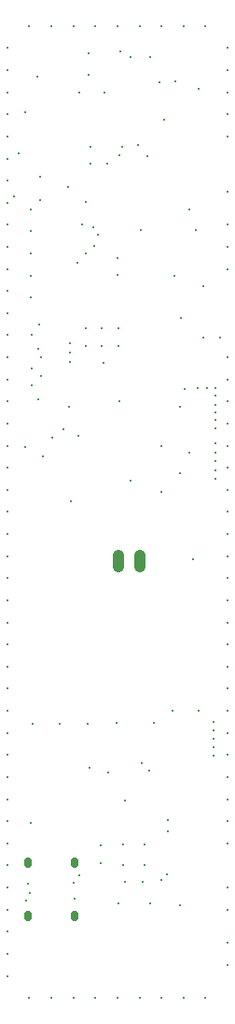
<source format=gbr>
%TF.GenerationSoftware,KiCad,Pcbnew,9.0.5*%
%TF.CreationDate,2025-11-24T11:18:32-05:00*%
%TF.ProjectId,everframe_board,65766572-6672-4616-9d65-5f626f617264,rev?*%
%TF.SameCoordinates,Original*%
%TF.FileFunction,Plated,1,4,PTH,Mixed*%
%TF.FilePolarity,Positive*%
%FSLAX46Y46*%
G04 Gerber Fmt 4.6, Leading zero omitted, Abs format (unit mm)*
G04 Created by KiCad (PCBNEW 9.0.5) date 2025-11-24 11:18:32*
%MOMM*%
%LPD*%
G01*
G04 APERTURE LIST*
%TA.AperFunction,ViaDrill*%
%ADD10C,0.300000*%
%TD*%
G04 aperture for slot hole*
%TA.AperFunction,ComponentDrill*%
%ADD11C,0.650000*%
%TD*%
G04 aperture for slot hole*
%TA.AperFunction,ComponentDrill*%
%ADD12C,1.000000*%
%TD*%
G04 APERTURE END LIST*
D10*
X73000000Y-52000000D03*
X73000000Y-54000000D03*
X73000000Y-56000000D03*
X73000000Y-58000000D03*
X73000000Y-60000000D03*
X73000000Y-62000000D03*
X73000000Y-64000000D03*
X73000000Y-66000000D03*
X73000000Y-68000000D03*
X73000000Y-70000000D03*
X73000000Y-72000000D03*
X73000000Y-74000000D03*
X73000000Y-76000000D03*
X73000000Y-78000000D03*
X73000000Y-80000000D03*
X73000000Y-82000000D03*
X73000000Y-84000000D03*
X73000000Y-86000000D03*
X73000000Y-88000000D03*
X73000000Y-90000000D03*
X73000000Y-92000000D03*
X73000000Y-94000000D03*
X73000000Y-96000000D03*
X73000000Y-98000000D03*
X73000000Y-100000000D03*
X73000000Y-102000000D03*
X73000000Y-104000000D03*
X73000000Y-106000000D03*
X73000000Y-108000000D03*
X73000000Y-110000000D03*
X73000000Y-112000000D03*
X73000000Y-114000000D03*
X73000000Y-116000000D03*
X73000000Y-118000000D03*
X73000000Y-120000000D03*
X73000000Y-122000000D03*
X73000000Y-124000000D03*
X73000000Y-126000000D03*
X73000000Y-128000000D03*
X73000000Y-130000000D03*
X73000000Y-132000000D03*
X73000000Y-134000000D03*
X73000000Y-136000000D03*
X73600000Y-65400000D03*
X74000000Y-61500000D03*
X74600000Y-57800000D03*
X74600000Y-88100000D03*
X74700000Y-129200000D03*
X74896025Y-127673597D03*
X75000000Y-50000000D03*
X75000000Y-138000000D03*
X75015136Y-128464682D03*
X75100000Y-66600000D03*
X75100000Y-68600000D03*
X75100000Y-70600000D03*
X75100000Y-72600000D03*
X75100000Y-74600000D03*
X75102136Y-122194199D03*
X75200000Y-78000000D03*
X75200000Y-81000000D03*
X75200000Y-82500000D03*
X75300000Y-113200000D03*
X75700000Y-54600000D03*
X75800000Y-83800000D03*
X75839917Y-79229867D03*
X75900000Y-77000000D03*
X75981441Y-65798419D03*
X76009561Y-63668514D03*
X76048699Y-80017385D03*
X76058068Y-81644928D03*
X76200000Y-89000000D03*
X77000000Y-50000000D03*
X77000000Y-138000000D03*
X77100000Y-87302688D03*
X77800000Y-113200000D03*
X78100000Y-86503132D03*
X78484952Y-64550000D03*
X78600000Y-84500000D03*
X78682046Y-79594017D03*
X78700000Y-80400000D03*
X78704804Y-78744319D03*
X78750000Y-93000000D03*
X79000000Y-50000000D03*
X79000000Y-127600000D03*
X79000000Y-138000000D03*
X79100000Y-129000000D03*
X79377473Y-71420357D03*
X79474193Y-87068481D03*
X79500000Y-56000000D03*
X79519392Y-126886368D03*
X79819813Y-67976595D03*
X80100000Y-70600000D03*
X80100000Y-77400000D03*
X80116487Y-65920238D03*
X80125000Y-79000000D03*
X80300000Y-113200000D03*
X80400000Y-52450000D03*
X80400000Y-54400000D03*
X80500000Y-117200000D03*
X80550000Y-60925000D03*
X80550000Y-62475000D03*
X80800000Y-68200000D03*
X80900000Y-69900000D03*
X81000000Y-50000000D03*
X81000000Y-138000000D03*
X81200000Y-68900000D03*
X81500000Y-124200000D03*
X81500000Y-125825000D03*
X81600000Y-77400000D03*
X81600000Y-78975000D03*
X81700000Y-80500000D03*
X81800000Y-56050000D03*
X82050000Y-62475000D03*
X82200000Y-117600000D03*
X82900000Y-113100000D03*
X82975000Y-72500000D03*
X83000000Y-50000000D03*
X83000000Y-71000000D03*
X83000000Y-138000000D03*
X83100000Y-77400000D03*
X83100000Y-78975000D03*
X83100000Y-129400000D03*
X83200000Y-61700000D03*
X83200000Y-83975000D03*
X83300000Y-52300000D03*
X83400000Y-60900000D03*
X83500000Y-124100000D03*
X83500000Y-126000000D03*
X83700000Y-120100000D03*
X83700000Y-127500000D03*
X84200000Y-52854174D03*
X84200000Y-91200000D03*
X84900000Y-60800000D03*
X85000000Y-50000000D03*
X85000000Y-138000000D03*
X85149997Y-68449998D03*
X85200000Y-116700000D03*
X85300000Y-127500000D03*
X85500000Y-124100000D03*
X85500000Y-126000000D03*
X85684236Y-61784648D03*
X85900000Y-117400000D03*
X86000000Y-52800000D03*
X86000000Y-129400000D03*
X86300000Y-113100000D03*
X86820000Y-55100000D03*
X86986139Y-127303171D03*
X87000000Y-50000000D03*
X87000000Y-92200000D03*
X87000000Y-138000000D03*
X87025000Y-88000000D03*
X87221625Y-58487825D03*
X87500000Y-126800000D03*
X87600001Y-121900000D03*
X87600001Y-122899999D03*
X88000000Y-112000000D03*
X88200000Y-72600000D03*
X88300000Y-55000000D03*
X88650000Y-129625000D03*
X88700000Y-84500000D03*
X88700000Y-90500000D03*
X88800000Y-76400000D03*
X89000000Y-50000000D03*
X89000000Y-138000000D03*
X89100000Y-82900000D03*
X89500000Y-88600000D03*
X89549998Y-66600000D03*
X89900000Y-98300000D03*
X90100000Y-68500000D03*
X90300000Y-82800000D03*
X90400000Y-55700000D03*
X90400000Y-112000000D03*
X90800000Y-73575000D03*
X90800000Y-78200000D03*
X91000000Y-50000000D03*
X91000000Y-138000000D03*
X91100000Y-82800000D03*
X91700000Y-113000000D03*
X91700000Y-113775000D03*
X91700000Y-114550000D03*
X91700000Y-115325000D03*
X91700000Y-116100000D03*
X91900000Y-82800000D03*
X91900000Y-83500000D03*
X91900000Y-84300000D03*
X91900000Y-85000000D03*
X91900000Y-85700000D03*
X91900000Y-86400000D03*
X91900000Y-87800000D03*
X91900000Y-88600000D03*
X91900000Y-89400000D03*
X91900000Y-90200000D03*
X91900000Y-91000000D03*
X92300000Y-78175000D03*
X93000000Y-52000000D03*
X93000000Y-54000000D03*
X93000000Y-56000000D03*
X93000000Y-58000000D03*
X93000000Y-60000000D03*
X93000000Y-65000000D03*
X93000000Y-68000000D03*
X93000000Y-70000000D03*
X93000000Y-72000000D03*
X93000000Y-80000000D03*
X93000000Y-82000000D03*
X93000000Y-84000000D03*
X93000000Y-86000000D03*
X93000000Y-88000000D03*
X93000000Y-90000000D03*
X93000000Y-92000000D03*
X93000000Y-94000000D03*
X93000000Y-96000000D03*
X93000000Y-98000000D03*
X93000000Y-100000000D03*
X93000000Y-102000000D03*
X93000000Y-104000000D03*
X93000000Y-106000000D03*
X93000000Y-108000000D03*
X93000000Y-110000000D03*
X93000000Y-112000000D03*
X93000000Y-114000000D03*
X93000000Y-116000000D03*
X93000000Y-118000000D03*
X93000000Y-120000000D03*
X93000000Y-122000000D03*
X93000000Y-124000000D03*
X93000000Y-128000000D03*
X93000000Y-130000000D03*
X93000000Y-133000000D03*
X93000000Y-135000000D03*
D11*
%TO.C,J2*%
X74850000Y-125875000D02*
X74850000Y-125625000D01*
X74850000Y-130675000D02*
X74850000Y-130425000D01*
X79150000Y-125875000D02*
X79150000Y-125625000D01*
X79150000Y-130675000D02*
X79150000Y-130425000D01*
D12*
%TO.C,U1*%
X83132000Y-97945000D02*
X83132000Y-98945000D01*
X85037000Y-97945000D02*
X85037000Y-98945000D01*
M02*

</source>
